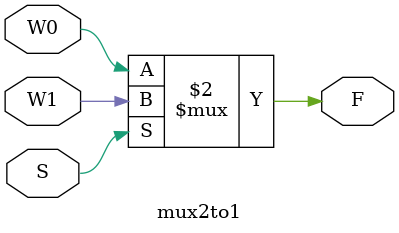
<source format=v>
/*
Joel Brigida
CDA 4240C: Digital Design Lab

This is a simple 2-1 mux example using ALWAYS statement
*/

module mux2to1(W0, W1, S, F);
    input W0, W1, S;
    output reg F;

    always @(W0, W1, S) begin   // Sensitivity List
        F = S ? W1 : W0;        // Executes When A Sensitivity List Signal Changes
    end

endmodule
</source>
